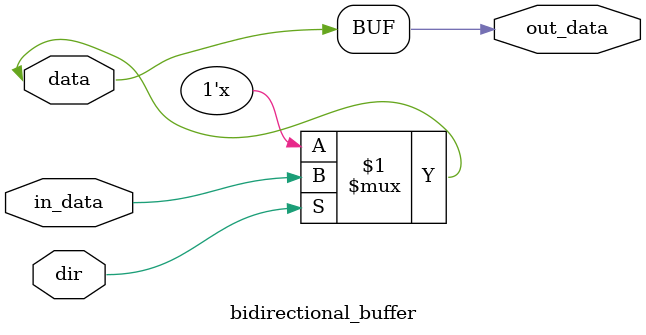
<source format=v>
module bidirectional_buffer (
    inout wire data,     // Bidirectional data line
    input wire dir,      // Direction control: 1 for input to output, 0 for output to input
    input wire in_data,  // Input data when dir = 1 (Input to Output)
    output wire out_data // Output data when dir = 0 (Output to Input)
);

    // When dir is 1, data flows from in_data to the bidirectional data line
    assign data = dir ? in_data : 1'bz;

    // When dir is 0, data flows from the bidirectional data line to out_data
    assign out_data = data;

endmodule

</source>
